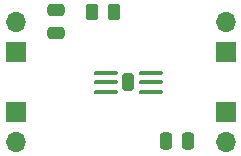
<source format=gbr>
%TF.GenerationSoftware,KiCad,Pcbnew,6.0.7-f9a2dced07~116~ubuntu20.04.1*%
%TF.CreationDate,2022-10-31T14:46:48+01:00*%
%TF.ProjectId,sgp41_board,73677034-315f-4626-9f61-72642e6b6963,rev?*%
%TF.SameCoordinates,Original*%
%TF.FileFunction,Soldermask,Top*%
%TF.FilePolarity,Negative*%
%FSLAX46Y46*%
G04 Gerber Fmt 4.6, Leading zero omitted, Abs format (unit mm)*
G04 Created by KiCad (PCBNEW 6.0.7-f9a2dced07~116~ubuntu20.04.1) date 2022-10-31 14:46:48*
%MOMM*%
%LPD*%
G01*
G04 APERTURE LIST*
G04 Aperture macros list*
%AMRoundRect*
0 Rectangle with rounded corners*
0 $1 Rounding radius*
0 $2 $3 $4 $5 $6 $7 $8 $9 X,Y pos of 4 corners*
0 Add a 4 corners polygon primitive as box body*
4,1,4,$2,$3,$4,$5,$6,$7,$8,$9,$2,$3,0*
0 Add four circle primitives for the rounded corners*
1,1,$1+$1,$2,$3*
1,1,$1+$1,$4,$5*
1,1,$1+$1,$6,$7*
1,1,$1+$1,$8,$9*
0 Add four rect primitives between the rounded corners*
20,1,$1+$1,$2,$3,$4,$5,0*
20,1,$1+$1,$4,$5,$6,$7,0*
20,1,$1+$1,$6,$7,$8,$9,0*
20,1,$1+$1,$8,$9,$2,$3,0*%
G04 Aperture macros list end*
%ADD10RoundRect,0.250000X0.250000X0.475000X-0.250000X0.475000X-0.250000X-0.475000X0.250000X-0.475000X0*%
%ADD11RoundRect,0.250000X0.475000X-0.250000X0.475000X0.250000X-0.475000X0.250000X-0.475000X-0.250000X0*%
%ADD12RoundRect,0.100000X-0.900000X-0.100000X0.900000X-0.100000X0.900000X0.100000X-0.900000X0.100000X0*%
%ADD13RoundRect,0.262500X-0.262500X-0.487500X0.262500X-0.487500X0.262500X0.487500X-0.262500X0.487500X0*%
%ADD14RoundRect,0.250000X-0.262500X-0.450000X0.262500X-0.450000X0.262500X0.450000X-0.262500X0.450000X0*%
%ADD15R,1.700000X1.700000*%
%ADD16O,1.700000X1.700000*%
G04 APERTURE END LIST*
D10*
%TO.C,C2*%
X116200000Y-43053000D03*
X114300000Y-43053000D03*
%TD*%
D11*
%TO.C,C1*%
X105029000Y-33904000D03*
X105029000Y-32004000D03*
%TD*%
D12*
%TO.C,U1*%
X109248000Y-37300000D03*
X109248000Y-38100000D03*
X109248000Y-38900000D03*
X113048000Y-38900000D03*
X113048000Y-38100000D03*
X113048000Y-37300000D03*
D13*
X111098000Y-38100000D03*
%TD*%
D14*
%TO.C,R2*%
X108077000Y-32131000D03*
X109902000Y-32131000D03*
%TD*%
D15*
%TO.C,J3*%
X119380000Y-40640000D03*
D16*
X119380000Y-43180000D03*
%TD*%
D15*
%TO.C,J4*%
X119380000Y-35560000D03*
D16*
X119380000Y-33020000D03*
%TD*%
D15*
%TO.C,J1*%
X101600000Y-40640000D03*
D16*
X101600000Y-43180000D03*
%TD*%
D15*
%TO.C,J2*%
X101600000Y-35560000D03*
D16*
X101600000Y-33020000D03*
%TD*%
M02*

</source>
